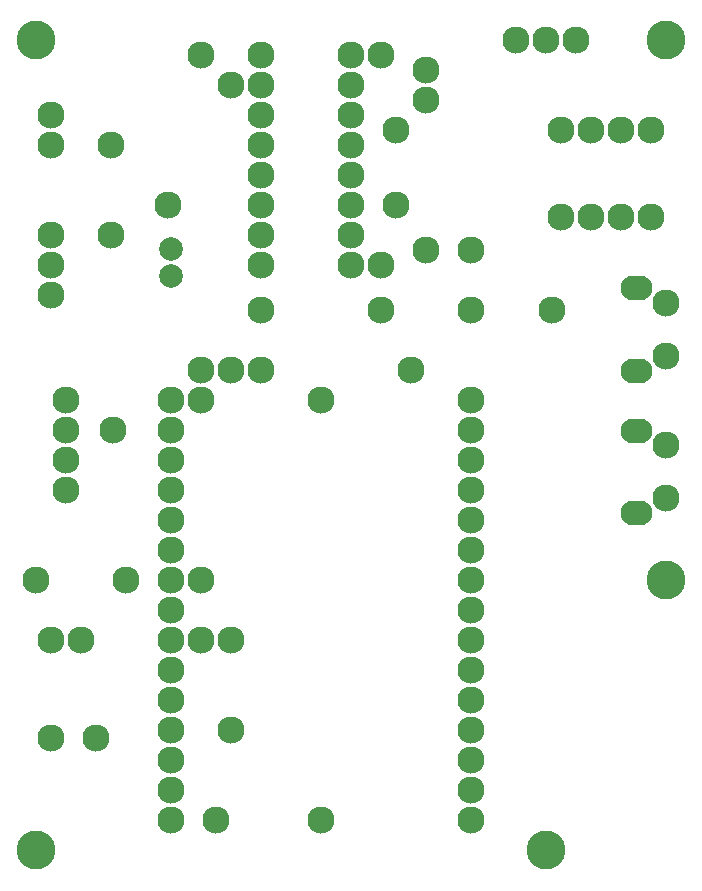
<source format=gbr>
%TF.GenerationSoftware,KiCad,Pcbnew,(5.1.6)-1*%
%TF.CreationDate,2023-03-25T10:50:08-05:00*%
%TF.ProjectId,pcb,7063622e-6b69-4636-9164-5f7063625858,rev?*%
%TF.SameCoordinates,Original*%
%TF.FileFunction,Soldermask,Bot*%
%TF.FilePolarity,Negative*%
%FSLAX46Y46*%
G04 Gerber Fmt 4.6, Leading zero omitted, Abs format (unit mm)*
G04 Created by KiCad (PCBNEW (5.1.6)-1) date 2023-03-25 10:50:08*
%MOMM*%
%LPD*%
G01*
G04 APERTURE LIST*
%ADD10C,2.300000*%
%ADD11C,3.300000*%
%ADD12C,2.000000*%
%ADD13C,2.100000*%
G04 APERTURE END LIST*
D10*
%TO.C,U2*%
X40640000Y6350000D03*
X40640000Y8890000D03*
X40640000Y11430000D03*
X40640000Y13970000D03*
X40640000Y16510000D03*
X40640000Y19050000D03*
X40640000Y21590000D03*
X40640000Y24130000D03*
X40640000Y26670000D03*
X40640000Y29210000D03*
X40640000Y31750000D03*
X40640000Y34290000D03*
X40640000Y36830000D03*
X40640000Y39370000D03*
X40640000Y41910000D03*
X15240000Y41910000D03*
X15240000Y39370000D03*
X15240000Y36830000D03*
X15240000Y34290000D03*
X15240000Y31750000D03*
X15240000Y29210000D03*
X15240000Y26670000D03*
X15240000Y24130000D03*
X15240000Y21590000D03*
X15240000Y19050000D03*
X15240000Y16510000D03*
X15240000Y13970000D03*
X15240000Y11430000D03*
X15240000Y8890000D03*
X15240000Y6350000D03*
%TD*%
%TO.C,J5*%
X55880000Y57404000D03*
X53340000Y57404000D03*
X50800000Y57404000D03*
X48260000Y57404000D03*
%TD*%
%TO.C,J6*%
X48260000Y64770000D03*
X50800000Y64770000D03*
X53340000Y64770000D03*
X55880000Y64770000D03*
%TD*%
D11*
%TO.C,REF\u002A\u002A*%
X46990000Y3810000D03*
%TD*%
%TO.C,REF\u002A\u002A*%
X3810000Y3810000D03*
%TD*%
%TO.C,REF\u002A\u002A*%
X57150000Y26670000D03*
%TD*%
%TO.C,REF\u002A\u002A*%
X57150000Y72390000D03*
%TD*%
%TO.C,REF\u002A\u002A*%
X3810000Y72390000D03*
%TD*%
D10*
%TO.C,C1*%
X8890000Y13335000D03*
X5090000Y13335000D03*
%TD*%
%TO.C,C2*%
X36840000Y54610000D03*
X40640000Y54610000D03*
%TD*%
D12*
%TO.C,C3*%
X15240000Y54710000D03*
X15240000Y52410000D03*
%TD*%
D10*
%TO.C,J1*%
X7620000Y21590000D03*
X5080000Y21590000D03*
%TD*%
%TO.C,J2*%
X36830000Y67310000D03*
X36830000Y69850000D03*
%TD*%
%TO.C,J3*%
X5080000Y66040000D03*
X5080000Y63500000D03*
%TD*%
%TO.C,J4*%
X5080000Y50800000D03*
X5080000Y53340000D03*
X5080000Y55880000D03*
%TD*%
%TO.C,J8*%
X49530000Y72390000D03*
X46990000Y72390000D03*
X44450000Y72390000D03*
%TD*%
%TO.C,R1*%
X3810000Y26670000D03*
X11430000Y26670000D03*
%TD*%
%TO.C,R2*%
X20320000Y13970000D03*
X20320000Y21590000D03*
%TD*%
D13*
%TO.C,SW1*%
X54960000Y32340000D03*
D10*
X57150000Y33600000D03*
X57150000Y38100000D03*
D13*
X54960000Y39350000D03*
X54360000Y32340000D03*
X54360000Y39350000D03*
%TD*%
%TO.C,SW2*%
X54360000Y51415000D03*
X54360000Y44405000D03*
X54960000Y51415000D03*
D10*
X57150000Y50165000D03*
X57150000Y45665000D03*
D13*
X54960000Y44405000D03*
%TD*%
D10*
%TO.C,U1*%
X30480000Y53340000D03*
X22860000Y71120000D03*
X30480000Y55880000D03*
X22860000Y68580000D03*
X30480000Y58420000D03*
X22860000Y66040000D03*
X30480000Y60960000D03*
X22860000Y63500000D03*
X30480000Y63500000D03*
X22860000Y60960000D03*
X30480000Y66040000D03*
X22860000Y58420000D03*
X30480000Y68580000D03*
X22860000Y55880000D03*
X30480000Y71120000D03*
X22860000Y53340000D03*
%TD*%
%TO.C,J7*%
X6350000Y41910000D03*
X6350000Y39370000D03*
X6350000Y36830000D03*
X6350000Y34290000D03*
%TD*%
X22860000Y49530000D03*
X33020000Y71120000D03*
X33020000Y53340000D03*
X27940000Y6350000D03*
X19050000Y6350000D03*
X33020000Y49530000D03*
X10299990Y39370000D03*
X10160000Y55880000D03*
X40640000Y49530000D03*
X47498000Y49530000D03*
X22860000Y44450000D03*
X35560000Y44450000D03*
X34290000Y64770000D03*
X34290000Y58420000D03*
X14986000Y58420000D03*
X10160000Y63500000D03*
X17780000Y71120000D03*
X17780000Y21590000D03*
X17780000Y26670000D03*
X17780000Y44450000D03*
X17780000Y41910000D03*
X27940000Y41910000D03*
X20320000Y68580000D03*
X20320000Y44450000D03*
M02*

</source>
